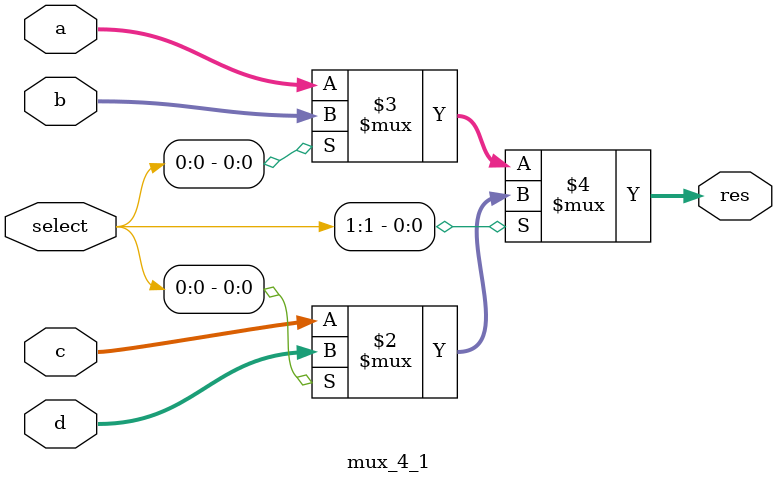
<source format=v>
`timescale 1ns / 1ps

module mux_4_1(
    input [31:0] a , b , c , d ,
    input [1:0] select ,
    output reg [31:0] res
);
    always@(*)
    begin
    
    res = (select[1])?  ((select[0])?  d : c ) : ((select[0])?  b : a );
    
    end 
    
endmodule
</source>
